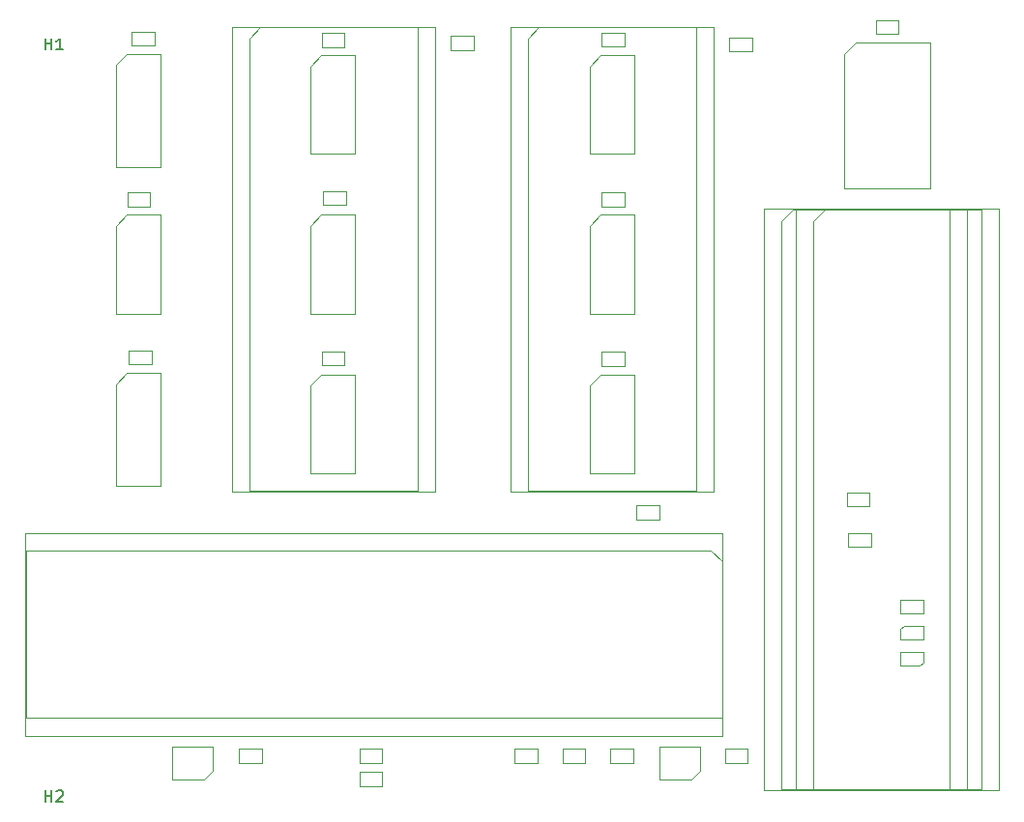
<source format=gbr>
G04 #@! TF.GenerationSoftware,KiCad,Pcbnew,(5.1.2-1)-1*
G04 #@! TF.CreationDate,2020-06-29T00:37:08+01:00*
G04 #@! TF.ProjectId,tranZPUter-SW_v1_1,7472616e-5a50-4557-9465-722d53575f76,rev?*
G04 #@! TF.SameCoordinates,Original*
G04 #@! TF.FileFunction,Other,Fab,Top*
%FSLAX46Y46*%
G04 Gerber Fmt 4.6, Leading zero omitted, Abs format (unit mm)*
G04 Created by KiCad (PCBNEW (5.1.2-1)-1) date 2020-06-29 00:37:08*
%MOMM*%
%LPD*%
G04 APERTURE LIST*
%ADD10C,0.100000*%
%ADD11C,0.150000*%
G04 APERTURE END LIST*
D10*
X148971000Y-76670000D02*
X131191000Y-76670000D01*
X148971000Y-117430000D02*
X148971000Y-76670000D01*
X131191000Y-117430000D02*
X148971000Y-117430000D01*
X131191000Y-76670000D02*
X131191000Y-117430000D01*
X132716000Y-77730000D02*
X133716000Y-76730000D01*
X132716000Y-117370000D02*
X132716000Y-77730000D01*
X147446000Y-117370000D02*
X132716000Y-117370000D01*
X147446000Y-76730000D02*
X147446000Y-117370000D01*
X133716000Y-76730000D02*
X147446000Y-76730000D01*
X173355000Y-76670000D02*
X155575000Y-76670000D01*
X173355000Y-117430000D02*
X173355000Y-76670000D01*
X155575000Y-117430000D02*
X173355000Y-117430000D01*
X155575000Y-76670000D02*
X155575000Y-117430000D01*
X157100000Y-77730000D02*
X158100000Y-76730000D01*
X157100000Y-117370000D02*
X157100000Y-77730000D01*
X171830000Y-117370000D02*
X157100000Y-117370000D01*
X171830000Y-76730000D02*
X171830000Y-117370000D01*
X158100000Y-76730000D02*
X171830000Y-76730000D01*
X184845000Y-79055000D02*
X185845000Y-78055000D01*
X184845000Y-90855000D02*
X184845000Y-79055000D01*
X192345000Y-90855000D02*
X184845000Y-90855000D01*
X192345000Y-78055000D02*
X192345000Y-90855000D01*
X185845000Y-78055000D02*
X192345000Y-78055000D01*
X195580000Y-92650000D02*
X177800000Y-92650000D01*
X195580000Y-143570000D02*
X195580000Y-92650000D01*
X177800000Y-143570000D02*
X195580000Y-143570000D01*
X177800000Y-92650000D02*
X177800000Y-143570000D01*
X179325000Y-93710000D02*
X180325000Y-92710000D01*
X179325000Y-143510000D02*
X179325000Y-93710000D01*
X194055000Y-143510000D02*
X179325000Y-143510000D01*
X194055000Y-92710000D02*
X194055000Y-143510000D01*
X180325000Y-92710000D02*
X194055000Y-92710000D01*
X198374000Y-92650000D02*
X180594000Y-92650000D01*
X198374000Y-143570000D02*
X198374000Y-92650000D01*
X180594000Y-143570000D02*
X198374000Y-143570000D01*
X180594000Y-92650000D02*
X180594000Y-143570000D01*
X182119000Y-93710000D02*
X183119000Y-92710000D01*
X182119000Y-143510000D02*
X182119000Y-93710000D01*
X196849000Y-143510000D02*
X182119000Y-143510000D01*
X196849000Y-92710000D02*
X196849000Y-143510000D01*
X183119000Y-92710000D02*
X196849000Y-92710000D01*
X150384000Y-77505000D02*
X152384000Y-77505000D01*
X150384000Y-78705000D02*
X150384000Y-77505000D01*
X152384000Y-78705000D02*
X150384000Y-78705000D01*
X152384000Y-77505000D02*
X152384000Y-78705000D01*
X191754000Y-130394000D02*
X191754000Y-129194000D01*
X189754000Y-130394000D02*
X191754000Y-130394000D01*
X189754000Y-129494000D02*
X189754000Y-130394000D01*
X190054000Y-129194000D02*
X189754000Y-129494000D01*
X191754000Y-129194000D02*
X190054000Y-129194000D01*
X189754000Y-131480000D02*
X189754000Y-132680000D01*
X191754000Y-131480000D02*
X189754000Y-131480000D01*
X191754000Y-132380000D02*
X191754000Y-131480000D01*
X191454000Y-132680000D02*
X191754000Y-132380000D01*
X189754000Y-132680000D02*
X191454000Y-132680000D01*
X185055000Y-117510000D02*
X187055000Y-117510000D01*
X185055000Y-118710000D02*
X185055000Y-117510000D01*
X187055000Y-118710000D02*
X185055000Y-118710000D01*
X187055000Y-117510000D02*
X187055000Y-118710000D01*
X121050000Y-94150000D02*
X122025000Y-93175000D01*
X121050000Y-101825000D02*
X121050000Y-94150000D01*
X124950000Y-101825000D02*
X121050000Y-101825000D01*
X124950000Y-93175000D02*
X124950000Y-101825000D01*
X122025000Y-93175000D02*
X124950000Y-93175000D01*
X162550000Y-80150000D02*
X163525000Y-79175000D01*
X162550000Y-87825000D02*
X162550000Y-80150000D01*
X166450000Y-87825000D02*
X162550000Y-87825000D01*
X166450000Y-79175000D02*
X166450000Y-87825000D01*
X163525000Y-79175000D02*
X166450000Y-79175000D01*
X138050000Y-80150000D02*
X139025000Y-79175000D01*
X138050000Y-87825000D02*
X138050000Y-80150000D01*
X141950000Y-87825000D02*
X138050000Y-87825000D01*
X141950000Y-79175000D02*
X141950000Y-87825000D01*
X139025000Y-79175000D02*
X141950000Y-79175000D01*
X162550000Y-94150000D02*
X163525000Y-93175000D01*
X162550000Y-101825000D02*
X162550000Y-94150000D01*
X166450000Y-101825000D02*
X162550000Y-101825000D01*
X166450000Y-93175000D02*
X166450000Y-101825000D01*
X163525000Y-93175000D02*
X166450000Y-93175000D01*
X138050000Y-94150000D02*
X139025000Y-93175000D01*
X138050000Y-101825000D02*
X138050000Y-94150000D01*
X141950000Y-101825000D02*
X138050000Y-101825000D01*
X141950000Y-93175000D02*
X141950000Y-101825000D01*
X139025000Y-93175000D02*
X141950000Y-93175000D01*
X191754000Y-128108000D02*
X189754000Y-128108000D01*
X191754000Y-126908000D02*
X191754000Y-128108000D01*
X189754000Y-126908000D02*
X191754000Y-126908000D01*
X189754000Y-128108000D02*
X189754000Y-126908000D01*
X124063000Y-92421000D02*
X122063000Y-92421000D01*
X124063000Y-91221000D02*
X124063000Y-92421000D01*
X122063000Y-91221000D02*
X124063000Y-91221000D01*
X122063000Y-92421000D02*
X122063000Y-91221000D01*
X163592000Y-77225000D02*
X165592000Y-77225000D01*
X163592000Y-78425000D02*
X163592000Y-77225000D01*
X165592000Y-78425000D02*
X163592000Y-78425000D01*
X165592000Y-77225000D02*
X165592000Y-78425000D01*
X139081000Y-77251000D02*
X141081000Y-77251000D01*
X139081000Y-78451000D02*
X139081000Y-77251000D01*
X141081000Y-78451000D02*
X139081000Y-78451000D01*
X141081000Y-77251000D02*
X141081000Y-78451000D01*
X163592000Y-91221000D02*
X165592000Y-91221000D01*
X163592000Y-92421000D02*
X163592000Y-91221000D01*
X165592000Y-92421000D02*
X163592000Y-92421000D01*
X165592000Y-91221000D02*
X165592000Y-92421000D01*
X126012000Y-139824000D02*
X126012000Y-142624000D01*
X129512000Y-139824000D02*
X126012000Y-139824000D01*
X129512000Y-141924000D02*
X129512000Y-139824000D01*
X128812000Y-142624000D02*
X129512000Y-141924000D01*
X126012000Y-142624000D02*
X128812000Y-142624000D01*
X168684000Y-139824000D02*
X168684000Y-142624000D01*
X172184000Y-139824000D02*
X168684000Y-139824000D01*
X172184000Y-141924000D02*
X172184000Y-139824000D01*
X171484000Y-142624000D02*
X172184000Y-141924000D01*
X168684000Y-142624000D02*
X171484000Y-142624000D01*
X131842000Y-139989000D02*
X133842000Y-139989000D01*
X131842000Y-141189000D02*
X131842000Y-139989000D01*
X133842000Y-141189000D02*
X131842000Y-141189000D01*
X133842000Y-139989000D02*
X133842000Y-141189000D01*
X174177000Y-138811000D02*
X174177000Y-121031000D01*
X113097000Y-138811000D02*
X174177000Y-138811000D01*
X113097000Y-121031000D02*
X113097000Y-138811000D01*
X174177000Y-121031000D02*
X113097000Y-121031000D01*
X173117000Y-122556000D02*
X174117000Y-123556000D01*
X113157000Y-122556000D02*
X173117000Y-122556000D01*
X113157000Y-137286000D02*
X113157000Y-122556000D01*
X174117000Y-137286000D02*
X113157000Y-137286000D01*
X174117000Y-123556000D02*
X174117000Y-137286000D01*
X121050000Y-80025000D02*
X122025000Y-79050000D01*
X121050000Y-88950000D02*
X121050000Y-80025000D01*
X124950000Y-88950000D02*
X121050000Y-88950000D01*
X124950000Y-79050000D02*
X124950000Y-88950000D01*
X122025000Y-79050000D02*
X124950000Y-79050000D01*
X122025000Y-107050000D02*
X124950000Y-107050000D01*
X124950000Y-107050000D02*
X124950000Y-116950000D01*
X124950000Y-116950000D02*
X121050000Y-116950000D01*
X121050000Y-116950000D02*
X121050000Y-108025000D01*
X121050000Y-108025000D02*
X122025000Y-107050000D01*
X138050000Y-108150000D02*
X139025000Y-107175000D01*
X138050000Y-115825000D02*
X138050000Y-108150000D01*
X141950000Y-115825000D02*
X138050000Y-115825000D01*
X141950000Y-107175000D02*
X141950000Y-115825000D01*
X139025000Y-107175000D02*
X141950000Y-107175000D01*
X162550000Y-108150000D02*
X163525000Y-107175000D01*
X162550000Y-115825000D02*
X162550000Y-108150000D01*
X166450000Y-115825000D02*
X162550000Y-115825000D01*
X166450000Y-107175000D02*
X166450000Y-115825000D01*
X163525000Y-107175000D02*
X166450000Y-107175000D01*
X142383000Y-139989000D02*
X144383000Y-139989000D01*
X142383000Y-141189000D02*
X142383000Y-139989000D01*
X144383000Y-141189000D02*
X142383000Y-141189000D01*
X144383000Y-139989000D02*
X144383000Y-141189000D01*
X160163000Y-139989000D02*
X162163000Y-139989000D01*
X160163000Y-141189000D02*
X160163000Y-139989000D01*
X162163000Y-141189000D02*
X160163000Y-141189000D01*
X162163000Y-139989000D02*
X162163000Y-141189000D01*
X166640000Y-118653000D02*
X168640000Y-118653000D01*
X166640000Y-119853000D02*
X166640000Y-118653000D01*
X168640000Y-119853000D02*
X166640000Y-119853000D01*
X168640000Y-118653000D02*
X168640000Y-119853000D01*
X176387000Y-141189000D02*
X174387000Y-141189000D01*
X176387000Y-139989000D02*
X176387000Y-141189000D01*
X174387000Y-139989000D02*
X176387000Y-139989000D01*
X174387000Y-141189000D02*
X174387000Y-139989000D01*
X142383000Y-142021000D02*
X144383000Y-142021000D01*
X142383000Y-143221000D02*
X142383000Y-142021000D01*
X144383000Y-143221000D02*
X142383000Y-143221000D01*
X144383000Y-142021000D02*
X144383000Y-143221000D01*
X157972000Y-141189000D02*
X155972000Y-141189000D01*
X157972000Y-139989000D02*
X157972000Y-141189000D01*
X155972000Y-139989000D02*
X157972000Y-139989000D01*
X155972000Y-141189000D02*
X155972000Y-139989000D01*
X164354000Y-139989000D02*
X166354000Y-139989000D01*
X164354000Y-141189000D02*
X164354000Y-139989000D01*
X166354000Y-141189000D02*
X164354000Y-141189000D01*
X166354000Y-139989000D02*
X166354000Y-141189000D01*
X124444000Y-78324000D02*
X122444000Y-78324000D01*
X124444000Y-77124000D02*
X124444000Y-78324000D01*
X122444000Y-77124000D02*
X124444000Y-77124000D01*
X122444000Y-78324000D02*
X122444000Y-77124000D01*
X122190000Y-106264000D02*
X122190000Y-105064000D01*
X122190000Y-105064000D02*
X124190000Y-105064000D01*
X124190000Y-105064000D02*
X124190000Y-106264000D01*
X124190000Y-106264000D02*
X122190000Y-106264000D01*
X189595000Y-77308000D02*
X187595000Y-77308000D01*
X189595000Y-76108000D02*
X189595000Y-77308000D01*
X187595000Y-76108000D02*
X189595000Y-76108000D01*
X187595000Y-77308000D02*
X187595000Y-76108000D01*
X141081000Y-106365000D02*
X139081000Y-106365000D01*
X141081000Y-105165000D02*
X141081000Y-106365000D01*
X139081000Y-105165000D02*
X141081000Y-105165000D01*
X139081000Y-106365000D02*
X139081000Y-105165000D01*
X185182000Y-121066000D02*
X187182000Y-121066000D01*
X185182000Y-122266000D02*
X185182000Y-121066000D01*
X187182000Y-122266000D02*
X185182000Y-122266000D01*
X187182000Y-121066000D02*
X187182000Y-122266000D01*
X141208000Y-92294000D02*
X139208000Y-92294000D01*
X141208000Y-91094000D02*
X141208000Y-92294000D01*
X139208000Y-91094000D02*
X141208000Y-91094000D01*
X139208000Y-92294000D02*
X139208000Y-91094000D01*
X174768000Y-77632000D02*
X176768000Y-77632000D01*
X174768000Y-78832000D02*
X174768000Y-77632000D01*
X176768000Y-78832000D02*
X174768000Y-78832000D01*
X176768000Y-77632000D02*
X176768000Y-78832000D01*
X165592000Y-106391000D02*
X163592000Y-106391000D01*
X165592000Y-105191000D02*
X165592000Y-106391000D01*
X163592000Y-105191000D02*
X165592000Y-105191000D01*
X163592000Y-106391000D02*
X163592000Y-105191000D01*
D11*
X114854095Y-144597380D02*
X114854095Y-143597380D01*
X114854095Y-144073571D02*
X115425523Y-144073571D01*
X115425523Y-144597380D02*
X115425523Y-143597380D01*
X115854095Y-143692619D02*
X115901714Y-143645000D01*
X115996952Y-143597380D01*
X116235047Y-143597380D01*
X116330285Y-143645000D01*
X116377904Y-143692619D01*
X116425523Y-143787857D01*
X116425523Y-143883095D01*
X116377904Y-144025952D01*
X115806476Y-144597380D01*
X116425523Y-144597380D01*
X114854095Y-78684380D02*
X114854095Y-77684380D01*
X114854095Y-78160571D02*
X115425523Y-78160571D01*
X115425523Y-78684380D02*
X115425523Y-77684380D01*
X116425523Y-78684380D02*
X115854095Y-78684380D01*
X116139809Y-78684380D02*
X116139809Y-77684380D01*
X116044571Y-77827238D01*
X115949333Y-77922476D01*
X115854095Y-77970095D01*
M02*

</source>
